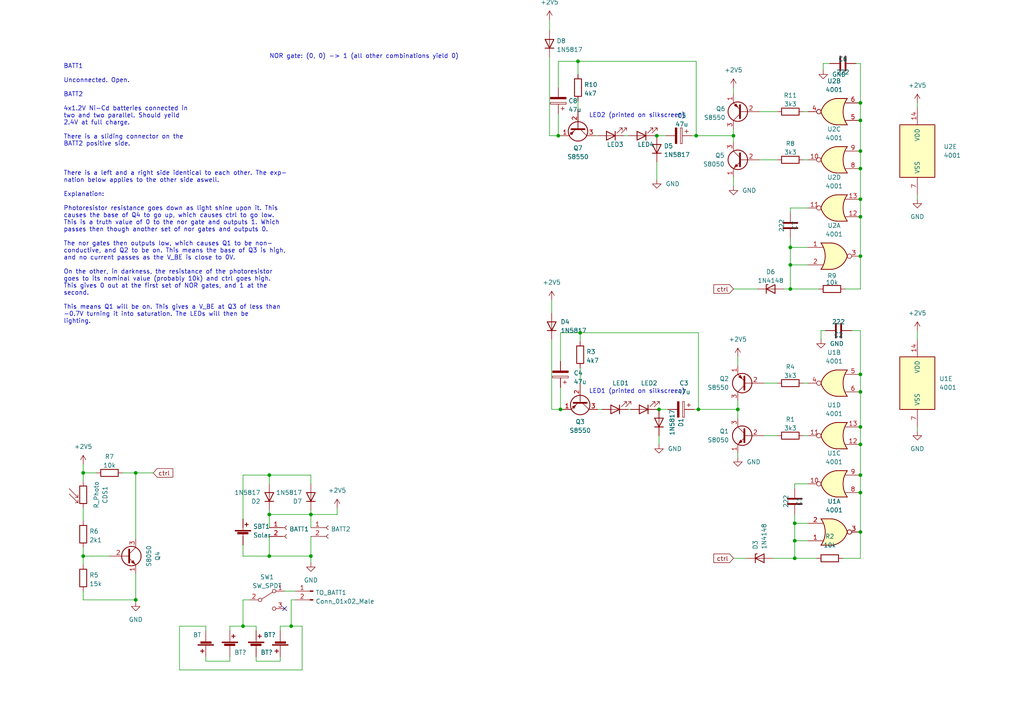
<source format=kicad_sch>
(kicad_sch (version 20211123) (generator eeschema)
  (paper "A4")
  (lib_symbols
    (symbol "4xxx:4001" (pin_names (offset 1.016))
      (property "Reference" "U" (at 0 1.27 0))
      (property "Value" "4001" (at 0 -1.27 0))
      (symbol "4001_1_1"
        (arc (start -3.81 -3.81) (mid -2.589 0) (end -3.81 3.81) (stroke (width 0.254)))
        (arc (start -0.6096 -3.81) (mid 2.1842 -2.5851) (end 3.81 0) (stroke (width 0.254)) (fill (type background)))
        (polyline (pts (xy -3.81 -3.81) (xy -0.635 -3.81)) (stroke (width 0.254)) (fill (type background)))
        (polyline (pts (xy -3.81 3.81) (xy -0.635 3.81)) (stroke (width 0.254)) (fill (type background)))
        (polyline (pts (xy -0.635 3.81) (xy -3.81 3.81) (xy -3.81 3.81) (xy -3.556 3.4036) (xy -3.0226 2.2606) (xy -2.6924 1.0414) (xy -2.6162 -0.254) (xy -2.7686 -1.4986) (xy -3.175 -2.7178) (xy -3.81 -3.81) (xy -3.81 -3.81) (xy -0.635 -3.81)) (stroke (width -25.4)) (fill (type background)))
        (arc (start 3.81 0) (mid 2.1915 2.5936) (end -0.6096 3.81) (stroke (width 0.254)) (fill (type background)))
        (pin input line (at -7.62 2.54 0) (length 4.318) (name "~") (number "1"))
        (pin input line (at -7.62 -2.54 0) (length 4.318) (name "~") (number "2"))
        (pin output inverted (at 7.62 0 180) (length 3.81) (name "~") (number "3"))
      )
      (symbol "4001_1_2"
        (arc (start 0 -3.81) (mid 3.81 0) (end 0 3.81) (stroke (width 0.254)) (fill (type background)))
        (polyline (pts (xy 0 3.81) (xy -3.81 3.81) (xy -3.81 -3.81) (xy 0 -3.81)) (stroke (width 0.254)) (fill (type background)))
        (pin input inverted (at -7.62 2.54 0) (length 3.81) (name "~") (number "1"))
        (pin input inverted (at -7.62 -2.54 0) (length 3.81) (name "~") (number "2"))
        (pin output line (at 7.62 0 180) (length 3.81) (name "~") (number "3"))
      )
      (symbol "4001_2_1"
        (arc (start -3.81 -3.81) (mid -2.589 0) (end -3.81 3.81) (stroke (width 0.254)))
        (arc (start -0.6096 -3.81) (mid 2.1842 -2.5851) (end 3.81 0) (stroke (width 0.254)) (fill (type background)))
        (polyline (pts (xy -3.81 -3.81) (xy -0.635 -3.81)) (stroke (width 0.254)) (fill (type background)))
        (polyline (pts (xy -3.81 3.81) (xy -0.635 3.81)) (stroke (width 0.254)) (fill (type background)))
        (polyline (pts (xy -0.635 3.81) (xy -3.81 3.81) (xy -3.81 3.81) (xy -3.556 3.4036) (xy -3.0226 2.2606) (xy -2.6924 1.0414) (xy -2.6162 -0.254) (xy -2.7686 -1.4986) (xy -3.175 -2.7178) (xy -3.81 -3.81) (xy -3.81 -3.81) (xy -0.635 -3.81)) (stroke (width -25.4)) (fill (type background)))
        (arc (start 3.81 0) (mid 2.1915 2.5936) (end -0.6096 3.81) (stroke (width 0.254)) (fill (type background)))
        (pin output inverted (at 7.62 0 180) (length 3.81) (name "~") (number "4"))
        (pin input line (at -7.62 2.54 0) (length 4.318) (name "~") (number "5"))
        (pin input line (at -7.62 -2.54 0) (length 4.318) (name "~") (number "6"))
      )
      (symbol "4001_2_2"
        (arc (start 0 -3.81) (mid 3.81 0) (end 0 3.81) (stroke (width 0.254)) (fill (type background)))
        (polyline (pts (xy 0 3.81) (xy -3.81 3.81) (xy -3.81 -3.81) (xy 0 -3.81)) (stroke (width 0.254)) (fill (type background)))
        (pin output line (at 7.62 0 180) (length 3.81) (name "~") (number "4"))
        (pin input inverted (at -7.62 2.54 0) (length 3.81) (name "~") (number "5"))
        (pin input inverted (at -7.62 -2.54 0) (length 3.81) (name "~") (number "6"))
      )
      (symbol "4001_3_1"
        (arc (start -3.81 -3.81) (mid -2.589 0) (end -3.81 3.81) (stroke (width 0.254)))
        (arc (start -0.6096 -3.81) (mid 2.1842 -2.5851) (end 3.81 0) (stroke (width 0.254)) (fill (type background)))
        (polyline (pts (xy -3.81 -3.81) (xy -0.635 -3.81)) (stroke (width 0.254)) (fill (type background)))
        (polyline (pts (xy -3.81 3.81) (xy -0.635 3.81)) (stroke (width 0.254)) (fill (type background)))
        (polyline (pts (xy -0.635 3.81) (xy -3.81 3.81) (xy -3.81 3.81) (xy -3.556 3.4036) (xy -3.0226 2.2606) (xy -2.6924 1.0414) (xy -2.6162 -0.254) (xy -2.7686 -1.4986) (xy -3.175 -2.7178) (xy -3.81 -3.81) (xy -3.81 -3.81) (xy -0.635 -3.81)) (stroke (width -25.4)) (fill (type background)))
        (arc (start 3.81 0) (mid 2.1915 2.5936) (end -0.6096 3.81) (stroke (width 0.254)) (fill (type background)))
        (pin output inverted (at 7.62 0 180) (length 3.81) (name "~") (number "10"))
        (pin input line (at -7.62 2.54 0) (length 4.318) (name "~") (number "8"))
        (pin input line (at -7.62 -2.54 0) (length 4.318) (name "~") (number "9"))
      )
      (symbol "4001_3_2"
        (arc (start 0 -3.81) (mid 3.81 0) (end 0 3.81) (stroke (width 0.254)) (fill (type background)))
        (polyline (pts (xy 0 3.81) (xy -3.81 3.81) (xy -3.81 -3.81) (xy 0 -3.81)) (stroke (width 0.254)) (fill (type background)))
        (pin output line (at 7.62 0 180) (length 3.81) (name "~") (number "10"))
        (pin input inverted (at -7.62 2.54 0) (length 3.81) (name "~") (number "8"))
        (pin input inverted (at -7.62 -2.54 0) (length 3.81) (name "~") (number "9"))
      )
      (symbol "4001_4_1"
        (arc (start -3.81 -3.81) (mid -2.589 0) (end -3.81 3.81) (stroke (width 0.254)))
        (arc (start -0.6096 -3.81) (mid 2.1842 -2.5851) (end 3.81 0) (stroke (width 0.254)) (fill (type background)))
        (polyline (pts (xy -3.81 -3.81) (xy -0.635 -3.81)) (stroke (width 0.254)) (fill (type background)))
        (polyline (pts (xy -3.81 3.81) (xy -0.635 3.81)) (stroke (width 0.254)) (fill (type background)))
        (polyline (pts (xy -0.635 3.81) (xy -3.81 3.81) (xy -3.81 3.81) (xy -3.556 3.4036) (xy -3.0226 2.2606) (xy -2.6924 1.0414) (xy -2.6162 -0.254) (xy -2.7686 -1.4986) (xy -3.175 -2.7178) (xy -3.81 -3.81) (xy -3.81 -3.81) (xy -0.635 -3.81)) (stroke (width -25.4)) (fill (type background)))
        (arc (start 3.81 0) (mid 2.1915 2.5936) (end -0.6096 3.81) (stroke (width 0.254)) (fill (type background)))
        (pin output inverted (at 7.62 0 180) (length 3.81) (name "~") (number "11"))
        (pin input line (at -7.62 2.54 0) (length 4.318) (name "~") (number "12"))
        (pin input line (at -7.62 -2.54 0) (length 4.318) (name "~") (number "13"))
      )
      (symbol "4001_4_2"
        (arc (start 0 -3.81) (mid 3.81 0) (end 0 3.81) (stroke (width 0.254)) (fill (type background)))
        (polyline (pts (xy 0 3.81) (xy -3.81 3.81) (xy -3.81 -3.81) (xy 0 -3.81)) (stroke (width 0.254)) (fill (type background)))
        (pin output line (at 7.62 0 180) (length 3.81) (name "~") (number "11"))
        (pin input inverted (at -7.62 2.54 0) (length 3.81) (name "~") (number "12"))
        (pin input inverted (at -7.62 -2.54 0) (length 3.81) (name "~") (number "13"))
      )
      (symbol "4001_5_0"
        (pin power_in line (at 0 12.7 270) (length 5.08) (name "VDD") (number "14"))
        (pin power_in line (at 0 -12.7 90) (length 5.08) (name "VSS") (number "7"))
      )
      (symbol "4001_5_1"
        (rectangle (start -5.08 7.62) (end 5.08 -7.62) (stroke (width 0.254)) (fill (type background)))
      )
    )
    (symbol "Connector:Conn_01x02_Female" (pin_names (offset 1.016) hide)
      (property "Reference" "J" (at 0 2.54 0))
      (property "Value" "Conn_01x02_Female" (at 0 -5.08 0))
      (symbol "Conn_01x02_Female_1_1"
        (arc (start 0 -2.032) (mid -0.508 -2.54) (end 0 -3.048) (stroke (width 0.1524)))
        (polyline (pts (xy -1.27 -2.54) (xy -0.508 -2.54)) (stroke (width 0.1524)))
        (polyline (pts (xy -1.27 0) (xy -0.508 0)) (stroke (width 0.1524)))
        (arc (start 0 0.508) (mid -0.508 0) (end 0 -0.508) (stroke (width 0.1524)))
        (pin passive line (at -5.08 0 0) (length 3.81) (name "Pin_1") (number "1"))
        (pin passive line (at -5.08 -2.54 0) (length 3.81) (name "Pin_2") (number "2"))
      )
    )
    (symbol "Connector:Conn_01x02_Male" (pin_names (offset 1.016) hide)
      (property "Reference" "J" (at 0 2.54 0))
      (property "Value" "Conn_01x02_Male" (at 0 -5.08 0))
      (symbol "Conn_01x02_Male_1_1"
        (polyline (pts (xy 1.27 -2.54) (xy 0.8636 -2.54)) (stroke (width 0.1524)))
        (polyline (pts (xy 1.27 0) (xy 0.8636 0)) (stroke (width 0.1524)))
        (rectangle (start 0.8636 -2.413) (end 0 -2.667) (stroke (width 0.1524)) (fill (type outline)))
        (rectangle (start 0.8636 0.127) (end 0 -0.127) (stroke (width 0.1524)) (fill (type outline)))
        (pin passive line (at 5.08 0 180) (length 3.81) (name "Pin_1") (number "1"))
        (pin passive line (at 5.08 -2.54 180) (length 3.81) (name "Pin_2") (number "2"))
      )
    )
    (symbol "Device:Battery_Cell" (pin_numbers hide) (pin_names (offset 0) hide)
      (property "Reference" "BT" (at 2.54 2.54 0))
      (property "Value" "Battery_Cell" (at 2.54 0 0))
      (symbol "Battery_Cell_0_1"
        (rectangle (start -2.286 1.778) (end 2.286 1.524) (fill (type outline)))
        (rectangle (start -1.5748 1.1938) (end 1.4732 0.6858) (fill (type outline)))
        (polyline (pts (xy 0 0.762) (xy 0 0)))
        (polyline (pts (xy 0 1.778) (xy 0 2.54)))
        (polyline (pts (xy 0.508 3.429) (xy 1.524 3.429)) (stroke (width 0.254)))
        (polyline (pts (xy 1.016 3.937) (xy 1.016 2.921)) (stroke (width 0.254)))
      )
      (symbol "Battery_Cell_1_1"
        (pin passive line (at 0 5.08 270) (length 2.54) (name "+") (number "1"))
        (pin passive line (at 0 -2.54 90) (length 2.54) (name "-") (number "2"))
      )
    )
    (symbol "Device:C" (pin_numbers hide) (pin_names (offset 0.254))
      (property "Reference" "C" (at 0.635 2.54 0))
      (property "Value" "C" (at 0.635 -2.54 0))
      (symbol "C_0_1"
        (polyline (pts (xy -2.032 -0.762) (xy 2.032 -0.762)) (stroke (width 0.508)))
        (polyline (pts (xy -2.032 0.762) (xy 2.032 0.762)) (stroke (width 0.508)))
      )
      (symbol "C_1_1"
        (pin passive line (at 0 3.81 270) (length 2.794) (name "~") (number "1"))
        (pin passive line (at 0 -3.81 90) (length 2.794) (name "~") (number "2"))
      )
    )
    (symbol "Device:C_Polarized" (pin_numbers hide) (pin_names (offset 0.254))
      (property "Reference" "C" (at 0.635 2.54 0))
      (property "Value" "C_Polarized" (at 0.635 -2.54 0))
      (symbol "C_Polarized_0_1"
        (rectangle (start -2.286 0.508) (end 2.286 1.016))
        (polyline (pts (xy -1.778 2.286) (xy -0.762 2.286)))
        (polyline (pts (xy -1.27 2.794) (xy -1.27 1.778)))
        (rectangle (start 2.286 -0.508) (end -2.286 -1.016) (fill (type outline)))
      )
      (symbol "C_Polarized_1_1"
        (pin passive line (at 0 3.81 270) (length 2.794) (name "~") (number "1"))
        (pin passive line (at 0 -3.81 90) (length 2.794) (name "~") (number "2"))
      )
    )
    (symbol "Device:D" (pin_numbers hide) (pin_names (offset 1.016) hide)
      (property "Reference" "D" (at 0 2.54 0))
      (property "Value" "D" (at 0 -2.54 0))
      (symbol "D_0_1"
        (polyline (pts (xy -1.27 1.27) (xy -1.27 -1.27)) (stroke (width 0.254)))
        (polyline (pts (xy 1.27 0) (xy -1.27 0)))
        (polyline (pts (xy 1.27 1.27) (xy 1.27 -1.27) (xy -1.27 0) (xy 1.27 1.27)) (stroke (width 0.254)))
      )
      (symbol "D_1_1"
        (pin passive line (at -3.81 0 0) (length 2.54) (name "K") (number "1"))
        (pin passive line (at 3.81 0 180) (length 2.54) (name "A") (number "2"))
      )
    )
    (symbol "Device:D_Zener" (pin_numbers hide) (pin_names (offset 1.016) hide)
      (property "Reference" "D" (at 0 2.54 0))
      (property "Value" "D_Zener" (at 0 -2.54 0))
      (symbol "D_Zener_0_1"
        (polyline (pts (xy 1.27 0) (xy -1.27 0)))
        (polyline (pts (xy -1.27 -1.27) (xy -1.27 1.27) (xy -0.762 1.27)) (stroke (width 0.254)))
        (polyline (pts (xy 1.27 -1.27) (xy 1.27 1.27) (xy -1.27 0) (xy 1.27 -1.27)) (stroke (width 0.254)))
      )
      (symbol "D_Zener_1_1"
        (pin passive line (at -3.81 0 0) (length 2.54) (name "K") (number "1"))
        (pin passive line (at 3.81 0 180) (length 2.54) (name "A") (number "2"))
      )
    )
    (symbol "Device:LED" (pin_numbers hide) (pin_names (offset 1.016) hide)
      (property "Reference" "D" (at 0 2.54 0))
      (property "Value" "LED" (at 0 -2.54 0))
      (symbol "LED_0_1"
        (polyline (pts (xy -1.27 -1.27) (xy -1.27 1.27)) (stroke (width 0.254)))
        (polyline (pts (xy -1.27 0) (xy 1.27 0)))
        (polyline (pts (xy 1.27 -1.27) (xy 1.27 1.27) (xy -1.27 0) (xy 1.27 -1.27)) (stroke (width 0.254)))
        (polyline (pts (xy -3.048 -0.762) (xy -4.572 -2.286) (xy -3.81 -2.286) (xy -4.572 -2.286) (xy -4.572 -1.524)))
        (polyline (pts (xy -1.778 -0.762) (xy -3.302 -2.286) (xy -2.54 -2.286) (xy -3.302 -2.286) (xy -3.302 -1.524)))
      )
      (symbol "LED_1_1"
        (pin passive line (at -3.81 0 0) (length 2.54) (name "K") (number "1"))
        (pin passive line (at 3.81 0 180) (length 2.54) (name "A") (number "2"))
      )
    )
    (symbol "Device:R" (pin_numbers hide) (pin_names (offset 0))
      (property "Reference" "R" (at 2.032 0 90))
      (property "Value" "R" (at 0 0 90))
      (symbol "R_0_1"
        (rectangle (start -1.016 -2.54) (end 1.016 2.54) (stroke (width 0.254)))
      )
      (symbol "R_1_1"
        (pin passive line (at 0 3.81 270) (length 1.27) (name "~") (number "1"))
        (pin passive line (at 0 -3.81 90) (length 1.27) (name "~") (number "2"))
      )
    )
    (symbol "Device:R_Photo" (pin_numbers hide) (pin_names (offset 0))
      (property "Reference" "R" (at 1.27 1.27 0))
      (property "Value" "R_Photo" (at 1.27 0 0))
      (symbol "R_Photo_0_1"
        (rectangle (start -1.016 2.54) (end 1.016 -2.54) (stroke (width 0.254)))
        (polyline (pts (xy -1.524 -2.286) (xy -4.064 0.254)))
        (polyline (pts (xy -1.524 -2.286) (xy -2.286 -2.286)))
        (polyline (pts (xy -1.524 -2.286) (xy -1.524 -1.524)))
        (polyline (pts (xy -1.524 -0.762) (xy -4.064 1.778)))
        (polyline (pts (xy -1.524 -0.762) (xy -2.286 -0.762)))
        (polyline (pts (xy -1.524 -0.762) (xy -1.524 0)))
      )
      (symbol "R_Photo_1_1"
        (pin passive line (at 0 3.81 270) (length 1.27) (name "~") (number "1"))
        (pin passive line (at 0 -3.81 90) (length 1.27) (name "~") (number "2"))
      )
    )
    (symbol "Switch:SW_SPDT" (pin_names (offset 0) hide)
      (property "Reference" "SW" (at 0 4.318 0))
      (property "Value" "SW_SPDT" (at 0 -5.08 0))
      (symbol "SW_SPDT_0_0"
        (circle (center -2.032 0) (radius 0.508))
        (circle (center 2.032 -2.54) (radius 0.508))
      )
      (symbol "SW_SPDT_0_1"
        (polyline (pts (xy -1.524 0.254) (xy 1.651 2.286)))
        (circle (center 2.032 2.54) (radius 0.508))
      )
      (symbol "SW_SPDT_1_1"
        (pin passive line (at 5.08 2.54 180) (length 2.54) (name "A") (number "1"))
        (pin passive line (at -5.08 0 0) (length 2.54) (name "B") (number "2"))
        (pin passive line (at 5.08 -2.54 180) (length 2.54) (name "C") (number "3"))
      )
    )
    (symbol "Transistor_BJT:S8050" (pin_names (offset 0) hide)
      (property "Reference" "Q" (at 5.08 1.905 0))
      (property "Value" "S8050" (at 5.08 0 0))
      (symbol "S8050_0_1"
        (polyline (pts (xy 0 0) (xy 0.635 0)))
        (polyline (pts (xy 0.635 0.635) (xy 2.54 2.54)))
        (polyline (pts (xy 0.635 -0.635) (xy 2.54 -2.54) (xy 2.54 -2.54)))
        (polyline (pts (xy 0.635 1.905) (xy 0.635 -1.905) (xy 0.635 -1.905)) (stroke (width 0.508)))
        (polyline (pts (xy 1.27 -1.778) (xy 1.778 -1.27) (xy 2.286 -2.286) (xy 1.27 -1.778) (xy 1.27 -1.778)) (fill (type outline)))
        (circle (center 1.27 0) (radius 2.8194) (stroke (width 0.254)))
      )
      (symbol "S8050_1_1"
        (pin passive line (at 2.54 -5.08 90) (length 2.54) (name "E") (number "1"))
        (pin input line (at -5.08 0 0) (length 5.08) (name "B") (number "2"))
        (pin passive line (at 2.54 5.08 270) (length 2.54) (name "C") (number "3"))
      )
    )
    (symbol "Transistor_BJT:S8550" (pin_names (offset 0) hide)
      (property "Reference" "Q" (at 5.08 1.905 0))
      (property "Value" "S8550" (at 5.08 0 0))
      (symbol "S8550_0_1"
        (polyline (pts (xy 0 0) (xy 0.635 0)))
        (polyline (pts (xy 2.54 -2.54) (xy 0.635 -0.635)))
        (polyline (pts (xy 2.54 2.54) (xy 0.635 0.635)))
        (polyline (pts (xy 0.635 1.905) (xy 0.635 -1.905) (xy 0.635 -1.905)) (stroke (width 0.508)) (fill (type outline)))
        (polyline (pts (xy 1.778 -2.286) (xy 2.286 -1.778) (xy 1.27 -1.27) (xy 1.778 -2.286) (xy 1.778 -2.286)) (fill (type outline)))
        (circle (center 1.27 0) (radius 2.8194) (stroke (width 0.254)))
      )
      (symbol "S8550_1_1"
        (pin passive line (at 2.54 -5.08 90) (length 2.54) (name "E") (number "1"))
        (pin input line (at -5.08 0 0) (length 5.08) (name "B") (number "2"))
        (pin passive line (at 2.54 5.08 270) (length 2.54) (name "C") (number "3"))
      )
    )
    (symbol "power:+2V5" (power) (pin_names (offset 0))
      (property "Value" "+2V5" (at 0 3.556 0))
      (symbol "+2V5_0_1"
        (polyline (pts (xy -0.762 1.27) (xy 0 2.54)))
        (polyline (pts (xy 0 0) (xy 0 2.54)))
        (polyline (pts (xy 0 2.54) (xy 0.762 1.27)))
      )
      (symbol "+2V5_1_1"
        (pin power_in line (at 0 0 90) (length 0) hide (name "+2V5") (number "1"))
      )
    )
    (symbol "power:GND" (power) (pin_names (offset 0))
      (property "Value" "GND" (at 0 -3.81 0))
      (symbol "GND_0_1"
        (polyline (pts (xy 0 0) (xy 0 -1.27) (xy 1.27 -1.27) (xy 0 -2.54) (xy -1.27 -1.27) (xy 0 -1.27)))
      )
      (symbol "GND_1_1"
        (pin power_in line (at 0 0 270) (length 0) hide (name "GND") (number "1"))
      )
    )
  )
  (junction (at 230.505 161.925))
  (junction (at 229.235 71.755))
  (junction (at 191.135 118.745))
  (junction (at 249.555 108.585))
  (junction (at 212.725 39.37))
  (junction (at 249.555 57.785))
  (junction (at 249.555 128.905))
  (junction (at 230.505 151.765))
  (junction (at 168.275 96.52))
  (junction (at 201.93 39.37))
  (junction (at 249.555 48.895))
  (junction (at 249.555 154.305))
  (junction (at 39.37 137.16))
  (junction (at 190.5 39.37))
  (junction (at 249.555 74.295))
  (junction (at 249.555 43.815))
  (junction (at 249.555 29.845))
  (junction (at 24.13 137.16))
  (junction (at 162.56 118.745))
  (junction (at 39.37 173.99))
  (junction (at 249.555 142.875))
  (junction (at 78.105 137.795))
  (junction (at 249.555 123.825))
  (junction (at 70.485 181.61))
  (junction (at 229.235 76.835))
  (junction (at 90.17 161.29))
  (junction (at 230.505 156.845))
  (junction (at 249.555 34.925))
  (junction (at 249.555 113.665))
  (junction (at 213.995 118.745))
  (junction (at 229.235 83.82))
  (junction (at 24.13 161.29))
  (junction (at 249.555 137.795))
  (junction (at 167.64 17.78))
  (junction (at 78.105 161.29))
  (junction (at 84.455 181.61))
  (junction (at 249.555 62.865))
  (junction (at 90.17 149.225))
  (junction (at 161.925 39.37))
  (junction (at 202.565 118.745))
  (junction (at 78.105 149.225))
  (no_connect (at 82.55 176.53))
  (wire (pts (xy 189.865 39.37) (xy 190.5 39.37)))
  (wire (pts (xy 229.235 83.82) (xy 237.49 83.82)))
  (wire (pts (xy 249.555 128.905) (xy 249.555 137.795)))
  (wire (pts (xy 212.725 41.275) (xy 212.725 39.37)))
  (wire (pts (xy 266.065 95.885) (xy 266.065 98.425)))
  (wire (pts (xy 90.17 137.795) (xy 78.105 137.795)))
  (wire (pts (xy 78.105 149.225) (xy 78.105 153.035)))
  (wire (pts (xy 249.555 142.875) (xy 249.555 154.305)))
  (wire (pts (xy 190.5 118.745) (xy 191.135 118.745)))
  (wire (pts (xy 161.925 17.78) (xy 161.925 25.4)))
  (wire (pts (xy 249.555 57.785) (xy 249.555 62.865)))
  (wire (pts (xy 162.56 96.52) (xy 168.275 96.52)))
  (wire (pts (xy 78.105 155.575) (xy 78.105 161.29)))
  (wire (pts (xy 31.75 161.29) (xy 24.13 161.29)))
  (wire (pts (xy 239.395 95.885) (xy 238.125 95.885)))
  (wire (pts (xy 160.02 86.995) (xy 160.02 90.805)))
  (wire (pts (xy 213.995 116.205) (xy 213.995 118.745)))
  (wire (pts (xy 162.56 112.395) (xy 162.56 118.745)))
  (wire (pts (xy 212.725 83.82) (xy 219.71 83.82)))
  (wire (pts (xy 78.105 161.29) (xy 70.485 161.29)))
  (wire (pts (xy 230.505 149.225) (xy 230.505 151.765)))
  (wire (pts (xy 202.565 118.745) (xy 213.995 118.745)))
  (wire (pts (xy 213.995 131.445) (xy 213.995 132.715)))
  (wire (pts (xy 52.07 181.61) (xy 52.07 194.31)))
  (wire (pts (xy 167.64 17.78) (xy 201.93 17.78)))
  (wire (pts (xy 249.555 137.795) (xy 249.555 142.875)))
  (wire (pts (xy 249.555 113.665) (xy 249.555 123.825)))
  (wire (pts (xy 245.11 83.82) (xy 249.555 83.82)))
  (wire (pts (xy 90.17 140.335) (xy 90.17 137.795)))
  (wire (pts (xy 159.385 16.51) (xy 159.385 39.37)))
  (wire (pts (xy 238.125 95.885) (xy 238.125 98.425)))
  (wire (pts (xy 249.555 34.925) (xy 249.555 43.815)))
  (wire (pts (xy 233.045 111.125) (xy 234.315 111.125)))
  (wire (pts (xy 213.995 118.745) (xy 213.995 121.285)))
  (wire (pts (xy 162.56 118.745) (xy 163.195 118.745)))
  (wire (pts (xy 59.69 181.61) (xy 52.07 181.61)))
  (wire (pts (xy 160.02 98.425) (xy 160.02 118.745)))
  (wire (pts (xy 212.725 161.925) (xy 216.535 161.925)))
  (wire (pts (xy 90.17 149.225) (xy 90.17 147.955)))
  (wire (pts (xy 52.07 194.31) (xy 87.63 194.31)))
  (wire (pts (xy 249.555 108.585) (xy 249.555 113.665)))
  (wire (pts (xy 24.13 158.75) (xy 24.13 161.29)))
  (wire (pts (xy 173.355 118.745) (xy 174.625 118.745)))
  (wire (pts (xy 213.995 106.045) (xy 213.995 103.505)))
  (wire (pts (xy 66.675 181.61) (xy 70.485 181.61)))
  (wire (pts (xy 90.17 155.575) (xy 90.17 161.29)))
  (wire (pts (xy 190.5 39.37) (xy 193.04 39.37)))
  (wire (pts (xy 167.64 17.78) (xy 167.64 21.59)))
  (wire (pts (xy 229.235 71.755) (xy 229.235 76.835)))
  (wire (pts (xy 162.56 96.52) (xy 162.56 104.775)))
  (wire (pts (xy 233.045 46.355) (xy 234.315 46.355)))
  (wire (pts (xy 44.45 137.16) (xy 39.37 137.16)))
  (wire (pts (xy 221.615 126.365) (xy 225.425 126.365)))
  (wire (pts (xy 230.505 151.765) (xy 230.505 156.845)))
  (wire (pts (xy 248.285 18.415) (xy 249.555 18.415)))
  (wire (pts (xy 230.505 140.335) (xy 234.315 140.335)))
  (wire (pts (xy 180.975 39.37) (xy 182.245 39.37)))
  (wire (pts (xy 230.505 161.925) (xy 236.855 161.925)))
  (wire (pts (xy 59.69 182.88) (xy 59.69 181.61)))
  (wire (pts (xy 230.505 151.765) (xy 234.315 151.765)))
  (wire (pts (xy 249.555 123.825) (xy 249.555 128.905)))
  (wire (pts (xy 212.725 51.435) (xy 212.725 53.975)))
  (wire (pts (xy 159.385 39.37) (xy 161.925 39.37)))
  (wire (pts (xy 249.555 62.865) (xy 249.555 74.295)))
  (wire (pts (xy 90.17 149.225) (xy 90.17 153.035)))
  (wire (pts (xy 202.565 96.52) (xy 202.565 118.745)))
  (wire (pts (xy 220.345 32.385) (xy 225.425 32.385)))
  (wire (pts (xy 97.79 149.225) (xy 97.79 147.32)))
  (wire (pts (xy 182.245 118.745) (xy 182.88 118.745)))
  (wire (pts (xy 90.17 149.225) (xy 78.105 149.225)))
  (wire (pts (xy 24.13 134.62) (xy 24.13 137.16)))
  (wire (pts (xy 229.235 76.835) (xy 234.315 76.835)))
  (wire (pts (xy 27.94 137.16) (xy 24.13 137.16)))
  (wire (pts (xy 59.69 191.77) (xy 66.675 191.77)))
  (wire (pts (xy 230.505 156.845) (xy 234.315 156.845)))
  (wire (pts (xy 229.235 69.215) (xy 229.235 71.755)))
  (wire (pts (xy 39.37 173.99) (xy 39.37 174.625)))
  (wire (pts (xy 39.37 173.99) (xy 24.13 173.99)))
  (wire (pts (xy 70.485 181.61) (xy 74.295 181.61)))
  (wire (pts (xy 168.275 106.68) (xy 168.275 111.125)))
  (wire (pts (xy 266.065 123.825) (xy 266.065 125.095)))
  (wire (pts (xy 227.33 83.82) (xy 229.235 83.82)))
  (wire (pts (xy 229.235 76.835) (xy 229.235 83.82)))
  (wire (pts (xy 84.455 181.61) (xy 81.28 181.61)))
  (wire (pts (xy 78.105 149.225) (xy 78.105 147.955)))
  (wire (pts (xy 244.475 161.925) (xy 249.555 161.925)))
  (wire (pts (xy 249.555 154.305) (xy 249.555 161.925)))
  (wire (pts (xy 220.345 46.355) (xy 225.425 46.355)))
  (wire (pts (xy 229.235 60.325) (xy 229.235 61.595)))
  (wire (pts (xy 201.93 39.37) (xy 212.725 39.37)))
  (wire (pts (xy 66.675 182.88) (xy 66.675 181.61)))
  (wire (pts (xy 249.555 29.845) (xy 249.555 34.925)))
  (wire (pts (xy 247.015 95.885) (xy 249.555 95.885)))
  (wire (pts (xy 24.13 151.13) (xy 24.13 147.32)))
  (wire (pts (xy 233.045 126.365) (xy 234.315 126.365)))
  (wire (pts (xy 233.045 32.385) (xy 234.315 32.385)))
  (wire (pts (xy 212.725 39.37) (xy 212.725 37.465)))
  (wire (pts (xy 249.555 74.295) (xy 249.555 83.82)))
  (wire (pts (xy 84.455 173.99) (xy 84.455 181.61)))
  (wire (pts (xy 168.275 96.52) (xy 202.565 96.52)))
  (wire (pts (xy 159.385 5.715) (xy 159.385 8.89)))
  (wire (pts (xy 191.135 118.745) (xy 193.675 118.745)))
  (wire (pts (xy 74.295 190.5) (xy 74.295 191.77)))
  (wire (pts (xy 190.5 46.99) (xy 190.5 52.07)))
  (wire (pts (xy 70.485 173.99) (xy 70.485 181.61)))
  (wire (pts (xy 201.93 17.78) (xy 201.93 39.37)))
  (wire (pts (xy 78.105 137.795) (xy 70.485 137.795)))
  (wire (pts (xy 230.505 156.845) (xy 230.505 161.925)))
  (wire (pts (xy 74.295 181.61) (xy 74.295 182.88)))
  (wire (pts (xy 70.485 150.495) (xy 70.485 137.795)))
  (wire (pts (xy 200.66 39.37) (xy 201.93 39.37)))
  (wire (pts (xy 90.17 149.225) (xy 97.79 149.225)))
  (wire (pts (xy 90.17 161.29) (xy 90.17 163.195)))
  (wire (pts (xy 240.665 18.415) (xy 238.76 18.415)))
  (wire (pts (xy 66.675 191.77) (xy 66.675 190.5)))
  (wire (pts (xy 87.63 181.61) (xy 84.455 181.61)))
  (wire (pts (xy 160.02 118.745) (xy 162.56 118.745)))
  (wire (pts (xy 161.925 17.78) (xy 167.64 17.78)))
  (wire (pts (xy 191.135 126.365) (xy 191.135 128.905)))
  (wire (pts (xy 172.72 39.37) (xy 173.355 39.37)))
  (wire (pts (xy 24.13 161.29) (xy 24.13 163.83)))
  (wire (pts (xy 24.13 137.16) (xy 24.13 139.7)))
  (wire (pts (xy 229.235 60.325) (xy 234.315 60.325)))
  (wire (pts (xy 249.555 95.885) (xy 249.555 108.585)))
  (wire (pts (xy 266.065 56.515) (xy 266.065 57.785)))
  (wire (pts (xy 59.69 190.5) (xy 59.69 191.77)))
  (wire (pts (xy 221.615 111.125) (xy 225.425 111.125)))
  (wire (pts (xy 249.555 18.415) (xy 249.555 29.845)))
  (wire (pts (xy 87.63 194.31) (xy 87.63 181.61)))
  (wire (pts (xy 39.37 166.37) (xy 39.37 173.99)))
  (wire (pts (xy 224.155 161.925) (xy 230.505 161.925)))
  (wire (pts (xy 249.555 48.895) (xy 249.555 57.785)))
  (wire (pts (xy 212.725 25.4) (xy 212.725 27.305)))
  (wire (pts (xy 238.76 18.415) (xy 238.76 20.32)))
  (wire (pts (xy 81.28 181.61) (xy 81.28 182.88)))
  (wire (pts (xy 229.235 71.755) (xy 234.315 71.755)))
  (wire (pts (xy 39.37 137.16) (xy 39.37 156.21)))
  (wire (pts (xy 84.455 173.99) (xy 85.725 173.99)))
  (wire (pts (xy 202.565 118.745) (xy 201.295 118.745)))
  (wire (pts (xy 78.105 140.335) (xy 78.105 137.795)))
  (wire (pts (xy 230.505 140.335) (xy 230.505 141.605)))
  (wire (pts (xy 249.555 43.815) (xy 249.555 48.895)))
  (wire (pts (xy 82.55 171.45) (xy 85.725 171.45)))
  (wire (pts (xy 266.065 29.845) (xy 266.065 31.115)))
  (wire (pts (xy 81.28 191.77) (xy 81.28 190.5)))
  (wire (pts (xy 167.64 29.21) (xy 167.64 31.75)))
  (wire (pts (xy 162.56 39.37) (xy 161.925 39.37)))
  (wire (pts (xy 74.295 191.77) (xy 81.28 191.77)))
  (wire (pts (xy 161.925 39.37) (xy 161.925 33.02)))
  (wire (pts (xy 24.13 171.45) (xy 24.13 173.99)))
  (wire (pts (xy 168.275 96.52) (xy 168.275 99.06)))
  (wire (pts (xy 90.17 161.29) (xy 78.105 161.29)))
  (wire (pts (xy 70.485 161.29) (xy 70.485 158.115)))
  (wire (pts (xy 70.485 173.99) (xy 72.39 173.99)))
  (wire (pts (xy 39.37 137.16) (xy 35.56 137.16)))
  (text "NOR gate: (0, 0) -> 1 (all other combinations yield 0)" (at 78.105 17.145 0) (effects (font (size 1.27 1.27)) (justify left bottom)))
  (text "BATT1\n\nUnconnected. Open.\n\nBATT2\n\n4x1.2V Ni-Cd batteries connected in\ntwo and two parallel. Should yeild\n2.4V at full charge.\n\nThere is a sliding connector on the\nBATT2 positive side." (at 18.415 42.545 0) (effects (font (size 1.27 1.27)) (justify left bottom)))
  (text "LED2 (printed on silkscreen)" (at 170.815 34.29 0) (effects (font (size 1.27 1.27)) (justify left bottom)))
  (text "There is a left and a right side identical to each other. The exp-\nnation below applies to the other side aswell.\n\nExplanation:\n\nPhotoresistor resistance goes down as light shine upon it. This\ncauses the base of Q4 to go up, which causes ctrl to go low. \nThis is a truth value of 0 to the nor gate and outputs 1. Which \npasses then though another set of nor gates and outputs 0.\n\nThe nor gates then outputs low, which causes Q1 to be non-\nconductive, and Q2 to be on. This means the base of Q3 is high, \nand no current passes as the V_BE is close to 0V.\n\nOn the other, in darkness, the resistance of the photoresistor \ngoes to its nominal value (probably 10k) and ctrl goes high. \nThis gives 0 out at the first set of NOR gates, and 1 at the \nsecond.\n\nThis means Q1 will be on. This gives a V_BE at Q3 of less than \n-0.7V turning it into saturation. The LEDs will then be \nlighting." (at 18.415 93.98 0) (effects (font (size 1.27 1.27)) (justify left bottom)))
  (text "LED1 (printed on silkscreen)" (at 170.815 114.3 0) (effects (font (size 1.27 1.27)) (justify left bottom)))
  (global_label "ctrl" (shape input) (at 212.725 83.82 180) (property "Intersheet References" "${INTERSHEET_REFS}" (effects hide)))
  (global_label "ctrl" (shape input) (at 212.725 161.925 180) (property "Intersheet References" "${INTERSHEET_REFS}" (effects hide)))
  (global_label "ctrl" (shape input) (at 44.45 137.16 0) (property "Intersheet References" "${INTERSHEET_REFS}" (effects hide)))
  (symbol (lib_id "Device:R") (at 229.235 32.385 270) (unit 1)
    (property "Reference" "R11" (at 229.235 27.6692 90))
    (property "Value" "3k3" (at 229.235 30.2061 90))
  )
  (symbol (lib_id "Device:LED") (at 178.435 118.745 180) (unit 1)
    (property "Reference" "LED1" (at 180.0225 111.125 0))
    (property "Value" "White LED" (effects hide))
  )
  (symbol (lib_id "Transistor_BJT:S8550") (at 215.265 32.385 180) (unit 1)
    (property "Reference" "Q6" (at 210.4136 31.5503 0) (effects (justify left)))
    (property "Value" "S8550" (at 210.4136 34.0872 0) (effects (justify left)))
    (property "Footprint" "Package_TO_SOT_THT:TO-92_Inline" (effects hide))
    (property "Datasheet" "http://www.unisonic.com.tw/datasheet/S8550.pdf" (effects hide))
  )
  (symbol (lib_id "Transistor_BJT:S8050") (at 216.535 126.365 0) (mirror y) (unit 1)
    (property "Reference" "Q1" (at 211.455 125.0949 0) (effects (justify left)))
    (property "Value" "S8050" (at 211.455 127.6349 0) (effects (justify left)))
    (property "Footprint" "Package_TO_SOT_THT:TO-92_Inline" (effects hide))
    (property "Datasheet" "http://www.unisonic.com.tw/datasheet/S8050.pdf" (effects hide))
  )
  (symbol (lib_id "Transistor_BJT:S8550") (at 168.275 116.205 270) (unit 1)
    (property "Reference" "Q3" (at 168.275 122.3248 90))
    (property "Value" "S8550" (at 168.275 124.8617 90))
    (property "Footprint" "Package_TO_SOT_THT:TO-92_Inline" (effects hide))
    (property "Datasheet" "http://www.unisonic.com.tw/datasheet/S8550.pdf" (effects hide))
  )
  (symbol (lib_id "4xxx:4001") (at 241.935 60.325 180) (unit 4)
    (property "Reference" "U2" (at 241.935 51.435 0))
    (property "Value" "4001" (at 241.935 53.975 0))
    (property "Datasheet" "http://www.intersil.com/content/dam/Intersil/documents/cd40/cd4000bms-01bms-02bms-25bms.pdf" (effects hide))
  )
  (symbol (lib_id "Device:C_Polarized") (at 197.485 118.745 270) (unit 1)
    (property "Reference" "C3" (at 198.374 111.125 90))
    (property "Value" "47u" (at 198.374 113.665 90))
  )
  (symbol (lib_id "power:+2V5") (at 97.79 147.32 0) (unit 1)
    (property "Reference" "#PWR?" (effects hide))
    (property "Value" "+2V5" (at 97.79 142.24 0))
  )
  (symbol (lib_id "Device:R") (at 24.13 167.64 0) (unit 1)
    (property "Reference" "R5" (at 25.908 166.8053 0) (effects (justify left)))
    (property "Value" "15k" (at 25.908 169.3422 0) (effects (justify left)))
  )
  (symbol (lib_id "4xxx:4001") (at 241.935 32.385 180) (unit 2)
    (property "Reference" "U2" (at 241.935 23.495 0))
    (property "Value" "4001" (at 241.935 26.035 0))
    (property "Datasheet" "http://www.intersil.com/content/dam/Intersil/documents/cd40/cd4000bms-01bms-02bms-25bms.pdf" (effects hide))
  )
  (symbol (lib_id "4xxx:4001") (at 266.065 43.815 0) (unit 5)
    (property "Reference" "U2" (at 273.685 42.5449 0) (effects (justify left)))
    (property "Value" "4001" (at 273.685 45.0849 0) (effects (justify left)))
    (property "Datasheet" "http://www.intersil.com/content/dam/Intersil/documents/cd40/cd4000bms-01bms-02bms-25bms.pdf" (effects hide))
  )
  (symbol (lib_id "power:GND") (at 266.065 125.095 0) (unit 1)
    (property "Reference" "#PWR?" (effects hide))
    (property "Value" "GND" (at 266.065 130.175 0))
  )
  (symbol (lib_id "Device:C") (at 230.505 145.415 0) (unit 1)
    (property "Reference" "C1" (at 231.775 145.415 90))
    (property "Value" "222" (at 227.965 145.415 90))
  )
  (symbol (lib_id "Device:Battery_Cell") (at 70.485 155.575 0) (unit 1)
    (property "Reference" "SBT1" (at 73.406 152.7083 0) (effects (justify left)))
    (property "Value" "Solar" (at 73.406 155.2452 0) (effects (justify left)))
  )
  (symbol (lib_id "Device:C") (at 244.475 18.415 90) (unit 1)
    (property "Reference" "C6" (at 244.475 17.145 90))
    (property "Value" "222" (at 244.475 20.955 90))
  )
  (symbol (lib_id "power:GND") (at 213.995 132.715 0) (unit 1)
    (property "Reference" "#PWR?" (effects hide))
    (property "Value" "GND" (at 216.535 133.9849 0) (effects (justify left)))
  )
  (symbol (lib_id "Transistor_BJT:S8050") (at 36.83 161.29 0) (unit 1)
    (property "Reference" "Q4" (at 45.72 161.29 90))
    (property "Value" "S8050" (at 43.18 161.29 90))
    (property "Footprint" "Package_TO_SOT_THT:TO-92_Inline" (effects hide))
    (property "Datasheet" "http://www.unisonic.com.tw/datasheet/S8050.pdf" (effects hide))
  )
  (symbol (lib_id "power:+2V5") (at 212.725 25.4 0) (unit 1)
    (property "Reference" "#PWR?" (effects hide))
    (property "Value" "+2V5" (at 212.725 20.32 0))
  )
  (symbol (lib_id "Device:D_Zener") (at 220.345 161.925 0) (unit 1)
    (property "Reference" "D3" (at 219.0749 159.385 90) (effects (justify left)))
    (property "Value" "1N4148" (at 221.6149 159.385 90) (effects (justify left)))
  )
  (symbol (lib_id "power:GND") (at 238.125 98.425 0) (unit 1)
    (property "Reference" "#PWR?" (effects hide))
    (property "Value" "GND" (at 240.665 99.6949 0) (effects (justify left)))
  )
  (symbol (lib_id "Device:R") (at 229.235 46.355 270) (unit 1)
    (property "Reference" "R8" (at 229.235 41.6392 90))
    (property "Value" "3k3" (at 229.235 44.1761 90))
  )
  (symbol (lib_id "4xxx:4001") (at 241.935 111.125 0) (mirror y) (unit 2)
    (property "Reference" "U1" (at 241.935 102.235 0))
    (property "Value" "4001" (at 241.935 104.775 0))
    (property "Datasheet" "http://www.intersil.com/content/dam/Intersil/documents/cd40/cd4000bms-01bms-02bms-25bms.pdf" (effects hide))
  )
  (symbol (lib_id "Connector:Conn_01x02_Female") (at 83.185 153.035 0) (unit 1)
    (property "Reference" "BATT1" (at 83.8962 153.4703 0) (effects (justify left)))
    (property "Value" "Conn_01x02_Female" (effects hide))
  )
  (symbol (lib_id "power:GND") (at 90.17 163.195 0) (unit 1)
    (property "Reference" "#PWR?" (effects hide))
    (property "Value" "GND" (at 90.17 168.275 0))
  )
  (symbol (lib_id "Device:D") (at 190.5 43.18 90) (unit 1)
    (property "Reference" "D5" (at 192.532 42.3453 90) (effects (justify right)))
    (property "Value" "1N5817" (at 192.532 44.8822 90) (effects (justify right)))
  )
  (symbol (lib_id "Device:R") (at 240.665 161.925 270) (unit 1)
    (property "Reference" "R2" (at 240.665 155.575 90))
    (property "Value" "10k" (at 240.665 158.115 90))
  )
  (symbol (lib_id "power:+2V5") (at 266.065 95.885 0) (unit 1)
    (property "Reference" "#PWR?" (effects hide))
    (property "Value" "+2V5" (at 266.065 90.805 0))
  )
  (symbol (lib_id "power:GND") (at 212.725 53.975 0) (unit 1)
    (property "Reference" "#PWR?" (effects hide))
    (property "Value" "GND" (at 215.265 55.2449 0) (effects (justify left)))
  )
  (symbol (lib_id "Transistor_BJT:S8050") (at 215.265 46.355 0) (mirror y) (unit 1)
    (property "Reference" "Q5" (at 210.185 45.0849 0) (effects (justify left)))
    (property "Value" "S8050" (at 210.185 47.6249 0) (effects (justify left)))
    (property "Footprint" "Package_TO_SOT_THT:TO-92_Inline" (effects hide))
    (property "Datasheet" "http://www.unisonic.com.tw/datasheet/S8050.pdf" (effects hide))
  )
  (symbol (lib_id "Device:Battery_Cell") (at 59.69 185.42 180) (unit 1)
    (property "Reference" "BT" (at 58.42 184.15 0) (effects (justify left)))
    (property "Value" "1.2V Ni-Cd 600mAh" (effects hide))
  )
  (symbol (lib_id "4xxx:4001") (at 241.935 46.355 180) (unit 3)
    (property "Reference" "U2" (at 241.935 37.465 0))
    (property "Value" "4001" (at 241.935 40.005 0))
    (property "Datasheet" "http://www.intersil.com/content/dam/Intersil/documents/cd40/cd4000bms-01bms-02bms-25bms.pdf" (effects hide))
  )
  (symbol (lib_id "Device:C_Polarized") (at 161.925 29.21 180) (unit 1)
    (property "Reference" "C8" (at 164.846 29.2643 0) (effects (justify right)))
    (property "Value" "47u" (at 164.846 31.8012 0) (effects (justify right)))
  )
  (symbol (lib_id "power:GND") (at 238.76 20.32 0) (unit 1)
    (property "Reference" "#PWR?" (effects hide))
    (property "Value" "GND" (at 241.3 21.5899 0) (effects (justify left)))
  )
  (symbol (lib_id "Device:R") (at 24.13 154.94 0) (unit 1)
    (property "Reference" "R6" (at 25.908 154.1053 0) (effects (justify left)))
    (property "Value" "2k1" (at 25.908 156.6422 0) (effects (justify left)))
  )
  (symbol (lib_id "Device:R") (at 229.235 126.365 270) (unit 1)
    (property "Reference" "R1" (at 229.235 121.6492 90))
    (property "Value" "3k3" (at 229.235 124.1861 90))
  )
  (symbol (lib_id "Device:R") (at 31.75 137.16 90) (unit 1)
    (property "Reference" "R7" (at 31.75 132.4442 90))
    (property "Value" "10k" (at 31.75 134.9811 90))
  )
  (symbol (lib_id "Connector:Conn_01x02_Female") (at 95.25 153.035 0) (unit 1)
    (property "Reference" "BATT2" (at 95.9612 153.4703 0) (effects (justify left)))
    (property "Value" "Conn_01x02_Female" (effects hide))
  )
  (symbol (lib_id "Device:D") (at 160.02 94.615 90) (unit 1)
    (property "Reference" "D4" (at 162.56 93.3449 90) (effects (justify right)))
    (property "Value" "1N5817" (at 162.56 95.8849 90) (effects (justify right)))
  )
  (symbol (lib_id "Device:Battery_Cell") (at 81.28 185.42 180) (unit 1)
    (property "Reference" "BT?" (at 80.01 184.15 0) (effects (justify left)))
    (property "Value" "1.2V Ni-Cd 600mAh" (effects hide))
  )
  (symbol (lib_id "Device:D") (at 90.17 144.145 90) (unit 1)
    (property "Reference" "D7" (at 87.63 145.4151 90) (effects (justify left)))
    (property "Value" "1N5817" (at 87.63 142.8751 90) (effects (justify left)))
  )
  (symbol (lib_id "power:GND") (at 191.135 128.905 0) (unit 1)
    (property "Reference" "#PWR?" (effects hide))
    (property "Value" "GND" (at 193.675 130.1749 0) (effects (justify left)))
  )
  (symbol (lib_id "Device:C") (at 229.235 65.405 0) (unit 1)
    (property "Reference" "C7" (at 230.505 65.405 90))
    (property "Value" "222" (at 226.695 65.405 90))
  )
  (symbol (lib_id "Transistor_BJT:S8550") (at 167.64 36.83 270) (unit 1)
    (property "Reference" "Q7" (at 167.64 42.9498 90))
    (property "Value" "S8550" (at 167.64 45.4867 90))
    (property "Footprint" "Package_TO_SOT_THT:TO-92_Inline" (effects hide))
    (property "Datasheet" "http://www.unisonic.com.tw/datasheet/S8550.pdf" (effects hide))
  )
  (symbol (lib_id "Device:LED") (at 177.165 39.37 180) (unit 1)
    (property "Reference" "LED3" (at 178.435 41.91 0))
    (property "Value" "White LED" (effects hide))
  )
  (symbol (lib_id "power:GND") (at 266.065 57.785 0) (unit 1)
    (property "Reference" "#PWR?" (effects hide))
    (property "Value" "GND" (at 266.065 62.865 0))
  )
  (symbol (lib_id "power:+2V5") (at 160.02 86.995 0) (unit 1)
    (property "Reference" "#PWR?" (effects hide))
    (property "Value" "+2V5" (at 160.02 81.915 0))
  )
  (symbol (lib_id "Device:D") (at 191.135 122.555 90) (unit 1)
    (property "Reference" "D1" (at 197.485 122.555 0))
    (property "Value" "1N5817" (at 194.945 122.555 0))
  )
  (symbol (lib_id "Device:R") (at 241.3 83.82 270) (unit 1)
    (property "Reference" "R9" (at 241.3 80.01 90))
    (property "Value" "10k" (at 241.3 81.915 90))
  )
  (symbol (lib_id "power:GND") (at 190.5 52.07 0) (unit 1)
    (property "Reference" "#PWR?" (effects hide))
    (property "Value" "GND" (at 193.04 53.3399 0) (effects (justify left)))
  )
  (symbol (lib_id "Device:R") (at 167.64 25.4 180) (unit 1)
    (property "Reference" "R10" (at 169.418 24.5653 0) (effects (justify right)))
    (property "Value" "4k7" (at 169.418 27.1022 0) (effects (justify right)))
  )
  (symbol (lib_id "Device:Battery_Cell") (at 74.295 187.96 0) (unit 1)
    (property "Reference" "BT?" (at 75.565 189.23 0) (effects (justify left)))
    (property "Value" "1.2V Ni-Cd 600mAh" (effects hide))
  )
  (symbol (lib_id "power:+2V5") (at 24.13 134.62 0) (unit 1)
    (property "Reference" "#PWR?" (effects hide))
    (property "Value" "+2V5" (at 24.13 129.54 0))
  )
  (symbol (lib_id "Device:D_Zener") (at 223.52 83.82 0) (unit 1)
    (property "Reference" "D6" (at 223.52 78.8502 0))
    (property "Value" "1N4148" (at 223.52 81.3871 0))
  )
  (symbol (lib_id "power:+2V5") (at 213.995 103.505 0) (unit 1)
    (property "Reference" "#PWR?" (effects hide))
    (property "Value" "+2V5" (at 213.995 98.425 0))
  )
  (symbol (lib_id "4xxx:4001") (at 241.935 74.295 0) (unit 1)
    (property "Reference" "U2" (at 241.935 65.405 0))
    (property "Value" "4001" (at 241.935 67.945 0))
    (property "Datasheet" "http://www.intersil.com/content/dam/Intersil/documents/cd40/cd4000bms-01bms-02bms-25bms.pdf" (effects hide))
  )
  (symbol (lib_id "Device:R") (at 229.235 111.125 270) (unit 1)
    (property "Reference" "R4" (at 229.235 106.4092 90))
    (property "Value" "3k3" (at 229.235 108.9461 90))
  )
  (symbol (lib_id "Device:R_Photo") (at 24.13 143.51 0) (unit 1)
    (property "Reference" "CDS1" (at 30.48 143.51 90))
    (property "Value" "R_Photo" (at 27.94 143.51 90))
  )
  (symbol (lib_id "Switch:SW_SPDT") (at 77.47 173.99 0) (unit 1)
    (property "Reference" "SW1" (at 77.47 167.3692 0))
    (property "Value" "SW_SPDT" (at 77.47 169.9061 0))
  )
  (symbol (lib_id "Device:Battery_Cell") (at 66.675 187.96 0) (unit 1)
    (property "Reference" "BT?" (at 67.945 189.23 0) (effects (justify left)))
    (property "Value" "1.2V Ni-Cd 600mAh" (effects hide))
  )
  (symbol (lib_id "Device:LED") (at 186.055 39.37 180) (unit 1)
    (property "Reference" "LED4" (at 187.325 41.91 0))
    (property "Value" "White LED" (effects hide))
  )
  (symbol (lib_id "4xxx:4001") (at 241.935 140.335 180) (unit 3)
    (property "Reference" "U1" (at 241.935 131.445 0))
    (property "Value" "4001" (at 241.935 133.985 0))
    (property "Datasheet" "http://www.intersil.com/content/dam/Intersil/documents/cd40/cd4000bms-01bms-02bms-25bms.pdf" (effects hide))
  )
  (symbol (lib_id "Device:R") (at 168.275 102.87 180) (unit 1)
    (property "Reference" "R3" (at 170.053 102.0353 0) (effects (justify right)))
    (property "Value" "4k7" (at 170.053 104.5722 0) (effects (justify right)))
  )
  (symbol (lib_id "Device:LED") (at 186.69 118.745 180) (unit 1)
    (property "Reference" "LED2" (at 188.2775 111.125 0))
    (property "Value" "White LED" (effects hide))
  )
  (symbol (lib_id "power:+2V5") (at 159.385 5.715 0) (unit 1)
    (property "Reference" "#PWR?" (effects hide))
    (property "Value" "+2V5" (at 159.385 0.635 0))
  )
  (symbol (lib_id "Device:C_Polarized") (at 162.56 108.585 180) (unit 1)
    (property "Reference" "C4" (at 166.37 108.2039 0) (effects (justify right)))
    (property "Value" "47u" (at 166.37 110.7439 0) (effects (justify right)))
  )
  (symbol (lib_id "Connector:Conn_01x02_Male") (at 90.805 171.45 0) (mirror y) (unit 1)
    (property "Reference" "TO_BATT1" (at 91.5162 171.8853 0) (effects (justify right)))
    (property "Value" "Conn_01x02_Male" (at 91.5162 174.4222 0) (effects (justify right)))
  )
  (symbol (lib_id "4xxx:4001") (at 266.065 111.125 0) (unit 5)
    (property "Reference" "U1" (at 272.415 109.8549 0) (effects (justify left)))
    (property "Value" "4001" (at 272.415 112.3949 0) (effects (justify left)))
    (property "Datasheet" "http://www.intersil.com/content/dam/Intersil/documents/cd40/cd4000bms-01bms-02bms-25bms.pdf" (effects hide))
  )
  (symbol (lib_id "Device:D") (at 78.105 144.145 90) (unit 1)
    (property "Reference" "D2" (at 75.565 145.4151 90) (effects (justify left)))
    (property "Value" "1N5817" (at 75.565 142.8751 90) (effects (justify left)))
  )
  (symbol (lib_id "4xxx:4001") (at 241.935 154.305 0) (mirror x) (unit 1)
    (property "Reference" "U1" (at 241.935 145.415 0))
    (property "Value" "4001" (at 241.935 147.955 0))
    (property "Datasheet" "http://www.intersil.com/content/dam/Intersil/documents/cd40/cd4000bms-01bms-02bms-25bms.pdf" (effects hide))
  )
  (symbol (lib_id "4xxx:4001") (at 241.935 126.365 180) (unit 4)
    (property "Reference" "U1" (at 241.935 117.475 0))
    (property "Value" "4001" (at 241.935 120.015 0))
    (property "Datasheet" "http://www.intersil.com/content/dam/Intersil/documents/cd40/cd4000bms-01bms-02bms-25bms.pdf" (effects hide))
  )
  (symbol (lib_id "Device:C_Polarized") (at 196.85 39.37 270) (unit 1)
    (property "Reference" "C5" (at 197.739 33.5112 90))
    (property "Value" "47u" (at 197.739 36.0481 90))
  )
  (symbol (lib_id "Device:C") (at 243.205 95.885 270) (unit 1)
    (property "Reference" "C2" (at 243.205 97.155 90))
    (property "Value" "222" (at 243.205 93.345 90))
  )
  (symbol (lib_id "power:GND") (at 39.37 174.625 0) (unit 1)
    (property "Reference" "#PWR?" (effects hide))
    (property "Value" "GND" (at 39.37 179.705 0))
  )
  (symbol (lib_id "Device:D") (at 159.385 12.7 90) (unit 1)
    (property "Reference" "D8" (at 161.417 11.8653 90) (effects (justify right)))
    (property "Value" "1N5817" (at 161.417 14.4022 90) (effects (justify right)))
  )
  (symbol (lib_id "Transistor_BJT:S8550") (at 216.535 111.125 180) (unit 1)
    (property "Reference" "Q2" (at 211.455 109.8549 0) (effects (justify left)))
    (property "Value" "S8550" (at 211.455 112.3949 0) (effects (justify left)))
    (property "Footprint" "Package_TO_SOT_THT:TO-92_Inline" (effects hide))
    (property "Datasheet" "http://www.unisonic.com.tw/datasheet/S8550.pdf" (effects hide))
  )
  (symbol (lib_id "power:+2V5") (at 266.065 29.845 0) (unit 1)
    (property "Reference" "#PWR?" (effects hide))
    (property "Value" "+2V5" (at 266.065 24.765 0))
  )
)
</source>
